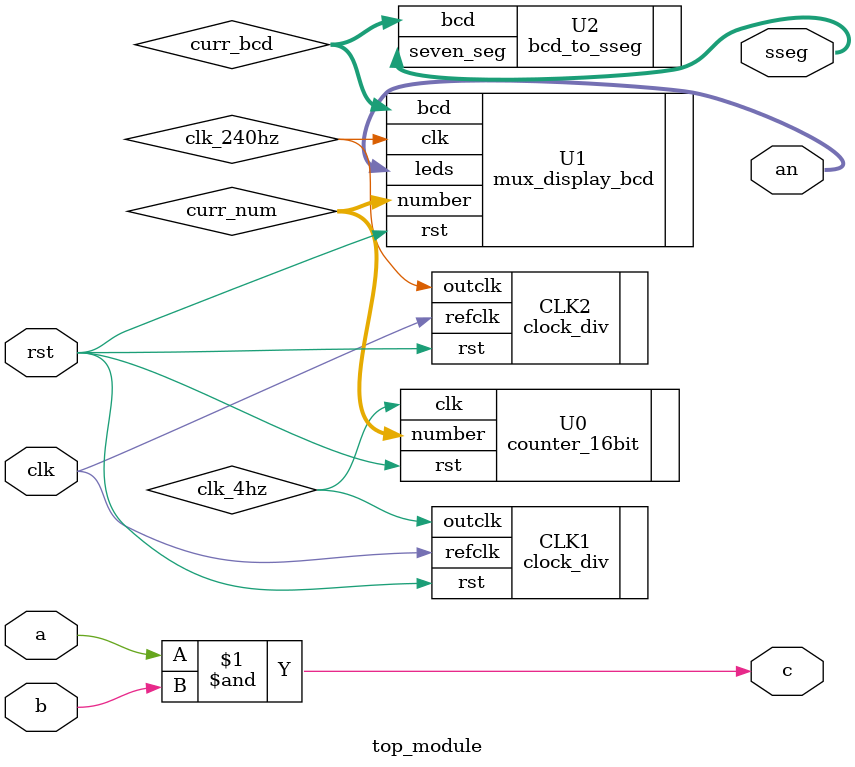
<source format=sv>
`timescale 1ns / 1ps

module top_module
(
	input logic clk,
	input logic rst,
	output logic [6:0] sseg,
	output logic [7:0] an,

	input logic a,
	input logic b,
	output logic c
);
	logic [3:0] curr_bcd;
	logic [15:0] curr_num;
	logic clk_4hz, clk_240hz;

	assign c = a & b;

	clock_div #(4, 10000) CLK1
	(
		.refclk(clk),
		.rst(rst),
		.outclk(clk_4hz)
	);

	clock_div #(240, 10000) CLK2
	(
		.refclk(clk),
		.rst(rst),
		.outclk(clk_240hz)
	);

	counter_16bit U0
	(
		.clk(clk_4hz),
		.rst(rst),
		.number(curr_num)
	);

	mux_display_bcd U1
	(
		.number(curr_num),
		.clk(clk_240hz),
		.rst(rst),
		.bcd(curr_bcd),
		.leds(an)
	);

	bcd_to_sseg U2
	(
		.bcd(curr_bcd),
		.seven_seg(sseg)
	);
endmodule


</source>
